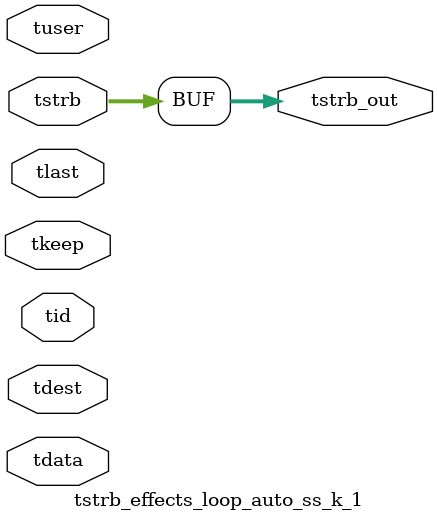
<source format=v>


`timescale 1ps/1ps

module tstrb_effects_loop_auto_ss_k_1 #
(
parameter C_S_AXIS_TDATA_WIDTH = 32,
parameter C_S_AXIS_TUSER_WIDTH = 0,
parameter C_S_AXIS_TID_WIDTH   = 0,
parameter C_S_AXIS_TDEST_WIDTH = 0,
parameter C_M_AXIS_TDATA_WIDTH = 32
)
(
input  [(C_S_AXIS_TDATA_WIDTH == 0 ? 1 : C_S_AXIS_TDATA_WIDTH)-1:0     ] tdata,
input  [(C_S_AXIS_TUSER_WIDTH == 0 ? 1 : C_S_AXIS_TUSER_WIDTH)-1:0     ] tuser,
input  [(C_S_AXIS_TID_WIDTH   == 0 ? 1 : C_S_AXIS_TID_WIDTH)-1:0       ] tid,
input  [(C_S_AXIS_TDEST_WIDTH == 0 ? 1 : C_S_AXIS_TDEST_WIDTH)-1:0     ] tdest,
input  [(C_S_AXIS_TDATA_WIDTH/8)-1:0 ] tkeep,
input  [(C_S_AXIS_TDATA_WIDTH/8)-1:0 ] tstrb,
input                                                                    tlast,
output [(C_M_AXIS_TDATA_WIDTH/8)-1:0 ] tstrb_out
);

assign tstrb_out = {tstrb[7:0]};

endmodule


</source>
